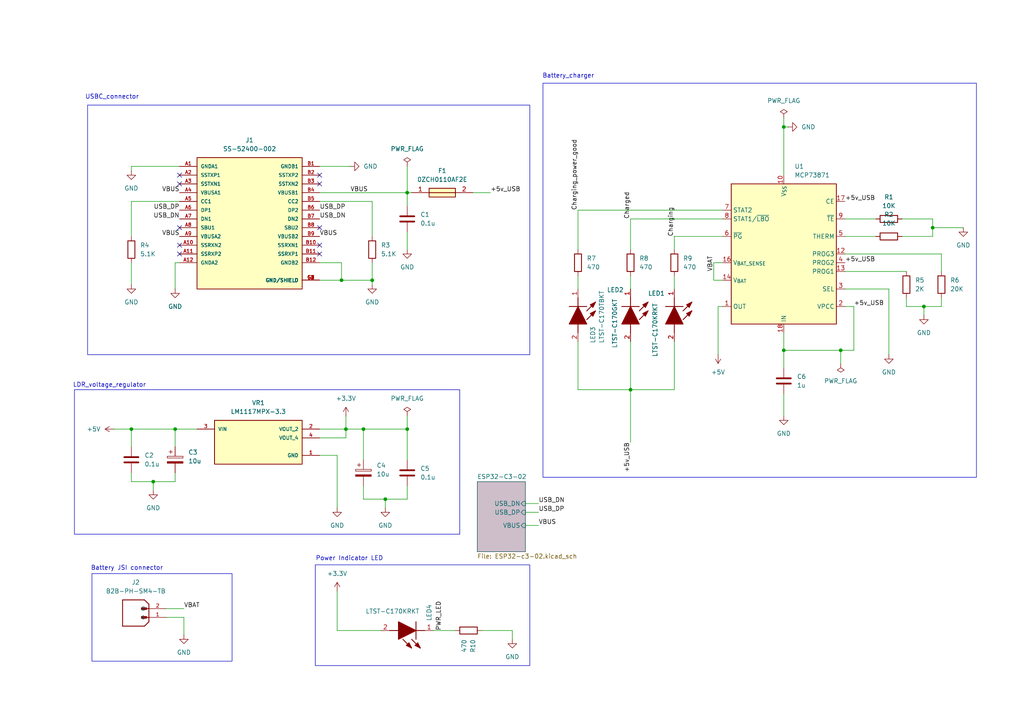
<source format=kicad_sch>
(kicad_sch (version 20250114) (generator "eeschema") (generator_version "9.0")
  (paper "A4")
  (lib_symbols
    (symbol "0ZCH0110AF2E:0ZCH0110AF2E" (pin_names (hide yes))
      (property "Reference" "F" (at 13.97 6.35 0))
      (property "Value" "0ZCH0110AF2E" (at 13.97 3.81 0))
      (symbol "0ZCH0110AF2E_1_1"
        (rectangle (start 5.08 1.27) (end 12.7 -1.27) (stroke (width 0.254)) (fill (type background)))
        (polyline (pts (xy 5.08 0) (xy 12.7 0)) (stroke (width 0.254)))
        (pin passive line (at 0 0 0) (length 5.08) (name "1") (number "1"))
        (pin passive line (at 17.78 0 180) (length 5.08) (name "2") (number "2"))
      )
    )
    (symbol "B2B-PH-SM4-TB:B2B-PH-SM4-TB" (pin_names (offset 1.016))
      (property "Reference" "J" (at 0 6.35 0))
      (property "Value" "B2B-PH-SM4-TB" (at 0 -5.08 0))
      (symbol "B2B-PH-SM4-TB_0_0"
        (polyline (pts (xy 0 3.81) (xy 0 2.54)) (stroke (width 0.254)))
        (polyline (pts (xy 0 3.81) (xy 1.27 5.08)) (stroke (width 0.254)))
        (polyline (pts (xy 0 2.54) (xy 0 -1.27)) (stroke (width 0.254)))
        (polyline (pts (xy 0 2.54) (xy 1.905 2.54)) (stroke (width 0.254)))
        (polyline (pts (xy 0 0) (xy 1.905 0)) (stroke (width 0.254)))
        (polyline (pts (xy 0 -1.27) (xy 1.27 -2.54)) (stroke (width 0.254)))
        (rectangle (start 0.635 2.2225) (end 2.2225 2.8575) (stroke (width 0.1)) (fill (type outline)))
        (rectangle (start 0.635 -0.3175) (end 2.2225 0.3175) (stroke (width 0.1)) (fill (type outline)))
        (polyline (pts (xy 1.27 -2.54) (xy 7.62 -2.54)) (stroke (width 0.254)))
        (polyline (pts (xy 7.62 5.08) (xy 1.27 5.08)) (stroke (width 0.254)))
        (polyline (pts (xy 7.62 -2.54) (xy 7.62 5.08)) (stroke (width 0.254)))
        (pin passive line (at -5.08 2.54 0) (length 5.08) (name "1") (number "1"))
        (pin passive line (at -5.08 0 0) (length 5.08) (name "2") (number "2"))
      )
    )
    (symbol "Battery_Management:MCP73871"
      (property "Reference" "U" (at -7.62 24.13 0))
      (property "Value" "MCP73871" (at -15.24 21.59 0))
      (symbol "MCP73871_0_1"
        (rectangle (start -15.24 20.32) (end 15.24 -20.32) (stroke (width 0.254)) (fill (type background)))
      )
      (symbol "MCP73871_1_1"
        (pin input line (at -17.78 15.24 0) (length 2.54) (name "VPCC") (number "2"))
        (pin input line (at -17.78 10.16 0) (length 2.54) (name "SEL") (number "3"))
        (pin bidirectional line (at -17.78 5.08 0) (length 2.54) (name "PROG1") (number "13"))
        (pin input line (at -17.78 2.54 0) (length 2.54) (name "PROG2") (number "4"))
        (pin bidirectional line (at -17.78 0 0) (length 2.54) (name "PROG3") (number "12"))
        (pin bidirectional line (at -17.78 -5.08 0) (length 2.54) (name "THERM") (number "5"))
        (pin input line (at -17.78 -10.16 0) (length 2.54) (name "~{TE}") (number "9"))
        (pin input line (at -17.78 -15.24 0) (length 2.54) (name "CE") (number "17"))
        (pin power_in line (at 0 22.86 270) (length 2.54) (name "IN") (number "18"))
        (pin passive line (at 0 22.86 270) (length 2.54) (hide yes) (name "IN") (number "19"))
        (pin power_in line (at 0 -22.86 90) (length 2.54) (name "V_{SS}") (number "10"))
        (pin passive line (at 0 -22.86 90) (length 2.54) (hide yes) (name "V_{SS}") (number "11"))
        (pin passive line (at 0 -22.86 90) (length 2.54) (hide yes) (name "V_{SS}") (number "21"))
        (pin power_out line (at 17.78 15.24 180) (length 2.54) (name "OUT") (number "1"))
        (pin passive line (at 17.78 15.24 180) (length 2.54) (hide yes) (name "OUT") (number "20"))
        (pin power_out line (at 17.78 7.62 180) (length 2.54) (name "V_{BAT}") (number "14"))
        (pin passive line (at 17.78 7.62 180) (length 2.54) (hide yes) (name "V_{BAT}") (number "15"))
        (pin input line (at 17.78 2.54 180) (length 2.54) (name "V_{BAT_SENSE}") (number "16"))
        (pin open_collector line (at 17.78 -5.08 180) (length 2.54) (name "~{PG}") (number "6"))
        (pin open_collector line (at 17.78 -10.16 180) (length 2.54) (name "STAT1/~{LBO}") (number "8"))
        (pin open_collector line (at 17.78 -12.7 180) (length 2.54) (name "STAT2") (number "7"))
      )
    )
    (symbol "Device:C" (pin_numbers (hide yes)) (pin_names (offset 0.254))
      (property "Reference" "C" (at 0.635 2.54 0))
      (property "Value" "C" (at 0.635 -2.54 0))
      (symbol "C_0_1"
        (polyline (pts (xy -2.032 0.762) (xy 2.032 0.762)) (stroke (width 0.508)))
        (polyline (pts (xy -2.032 -0.762) (xy 2.032 -0.762)) (stroke (width 0.508)))
      )
      (symbol "C_1_1"
        (pin passive line (at 0 3.81 270) (length 2.794) (name "~") (number "1"))
        (pin passive line (at 0 -3.81 90) (length 2.794) (name "~") (number "2"))
      )
    )
    (symbol "Device:C_Polarized" (pin_numbers (hide yes)) (pin_names (offset 0.254))
      (property "Reference" "C" (at 0.635 2.54 0))
      (property "Value" "C_Polarized" (at 0.635 -2.54 0))
      (symbol "C_Polarized_0_1"
        (rectangle (start -2.286 0.508) (end 2.286 1.016))
        (polyline (pts (xy -1.778 2.286) (xy -0.762 2.286)))
        (polyline (pts (xy -1.27 2.794) (xy -1.27 1.778)))
        (rectangle (start 2.286 -0.508) (end -2.286 -1.016) (fill (type outline)))
      )
      (symbol "C_Polarized_1_1"
        (pin passive line (at 0 3.81 270) (length 2.794) (name "~") (number "1"))
        (pin passive line (at 0 -3.81 90) (length 2.794) (name "~") (number "2"))
      )
    )
    (symbol "Device:R" (pin_numbers (hide yes)) (pin_names (offset 0))
      (property "Reference" "R" (at 2.032 0 90))
      (property "Value" "R" (at 0 0 90))
      (symbol "R_0_1"
        (rectangle (start -1.016 -2.54) (end 1.016 2.54) (stroke (width 0.254)))
      )
      (symbol "R_1_1"
        (pin passive line (at 0 3.81 270) (length 1.27) (name "~") (number "1"))
        (pin passive line (at 0 -3.81 90) (length 1.27) (name "~") (number "2"))
      )
    )
    (symbol "LM1117MPX-3.3:LM1117MPX-3.3" (pin_names (offset 1.016))
      (property "Reference" "VR" (at -12.7 6.08 0))
      (property "Value" "LM1117MPX-3.3" (at -12.7 -9.08 0))
      (symbol "LM1117MPX-3.3_0_0"
        (rectangle (start -12.7 -7.62) (end 12.7 5.08) (stroke (width 0.254)) (fill (type background)))
        (pin power_in line (at -17.78 2.54 0) (length 5.08) (name "VIN") (number "3"))
        (pin power_in line (at 17.78 2.54 180) (length 5.08) (name "VOUT_2") (number "2"))
        (pin power_in line (at 17.78 0 180) (length 5.08) (name "VOUT_4") (number "4"))
        (pin power_in line (at 17.78 -5.08 180) (length 5.08) (name "GND") (number "1"))
      )
    )
    (symbol "LTST-C170GKT:LTST-C170GKT" (pin_names (hide yes))
      (property "Reference" "LED" (at 12.7 8.89 0))
      (property "Value" "LTST-C170GKT" (at 12.7 6.35 0))
      (symbol "LTST-C170GKT_1_1"
        (polyline (pts (xy 2.54 0) (xy 5.08 0)) (stroke (width 0.254)))
        (polyline (pts (xy 5.08 2.54) (xy 5.08 -2.54)) (stroke (width 0.254)))
        (polyline (pts (xy 5.08 0) (xy 10.16 2.54) (xy 10.16 -2.54) (xy 5.08 0)) (stroke (width 0.254)) (fill (type outline)))
        (polyline (pts (xy 5.334 4.318) (xy 4.572 3.556) (xy 3.81 5.08) (xy 5.334 4.318)) (stroke (width 0.254)) (fill (type outline)))
        (polyline (pts (xy 6.35 2.54) (xy 3.81 5.08)) (stroke (width 0.254)))
        (polyline (pts (xy 7.874 4.318) (xy 7.112 3.556) (xy 6.35 5.08) (xy 7.874 4.318)) (stroke (width 0.254)) (fill (type outline)))
        (polyline (pts (xy 8.89 2.54) (xy 6.35 5.08)) (stroke (width 0.254)))
        (polyline (pts (xy 10.16 0) (xy 12.7 0)) (stroke (width 0.254)))
        (pin passive line (at 0 0 0) (length 2.54) (name "K") (number "1"))
        (pin passive line (at 15.24 0 180) (length 2.54) (name "A") (number "2"))
      )
    )
    (symbol "LTST-C170KRKT:LTST-C170KRKT" (pin_names (hide yes))
      (property "Reference" "LED" (at 12.7 8.89 0))
      (property "Value" "LTST-C170KRKT" (at 12.7 6.35 0))
      (symbol "LTST-C170KRKT_1_1"
        (polyline (pts (xy 2.54 0) (xy 5.08 0)) (stroke (width 0.254)))
        (polyline (pts (xy 5.08 2.54) (xy 5.08 -2.54)) (stroke (width 0.254)))
        (polyline (pts (xy 5.08 0) (xy 10.16 2.54) (xy 10.16 -2.54) (xy 5.08 0)) (stroke (width 0.254)) (fill (type outline)))
        (polyline (pts (xy 5.334 4.318) (xy 4.572 3.556) (xy 3.81 5.08) (xy 5.334 4.318)) (stroke (width 0.254)) (fill (type outline)))
        (polyline (pts (xy 6.35 2.54) (xy 3.81 5.08)) (stroke (width 0.254)))
        (polyline (pts (xy 7.874 4.318) (xy 7.112 3.556) (xy 6.35 5.08) (xy 7.874 4.318)) (stroke (width 0.254)) (fill (type outline)))
        (polyline (pts (xy 8.89 2.54) (xy 6.35 5.08)) (stroke (width 0.254)))
        (polyline (pts (xy 10.16 0) (xy 12.7 0)) (stroke (width 0.254)))
        (pin passive line (at 0 0 0) (length 2.54) (name "K") (number "1"))
        (pin passive line (at 15.24 0 180) (length 2.54) (name "A") (number "2"))
      )
    )
    (symbol "LTST-C170TBKT:LTST-C170TBKT" (pin_names (hide yes))
      (property "Reference" "LED" (at 12.7 8.89 0))
      (property "Value" "LTST-C170TBKT" (at 12.7 6.35 0))
      (symbol "LTST-C170TBKT_1_1"
        (polyline (pts (xy 2.54 0) (xy 5.08 0)) (stroke (width 0.254)))
        (polyline (pts (xy 5.08 2.54) (xy 5.08 -2.54)) (stroke (width 0.254)))
        (polyline (pts (xy 5.08 0) (xy 10.16 2.54) (xy 10.16 -2.54) (xy 5.08 0)) (stroke (width 0.254)) (fill (type outline)))
        (polyline (pts (xy 5.334 4.318) (xy 4.572 3.556) (xy 3.81 5.08) (xy 5.334 4.318)) (stroke (width 0.254)) (fill (type outline)))
        (polyline (pts (xy 6.35 2.54) (xy 3.81 5.08)) (stroke (width 0.254)))
        (polyline (pts (xy 7.874 4.318) (xy 7.112 3.556) (xy 6.35 5.08) (xy 7.874 4.318)) (stroke (width 0.254)) (fill (type outline)))
        (polyline (pts (xy 8.89 2.54) (xy 6.35 5.08)) (stroke (width 0.254)))
        (polyline (pts (xy 10.16 0) (xy 12.7 0)) (stroke (width 0.254)))
        (pin passive line (at 0 0 0) (length 2.54) (name "K") (number "1"))
        (pin passive line (at 15.24 0 180) (length 2.54) (name "A") (number "2"))
      )
    )
    (symbol "SS-52400-002:SS-52400-002" (pin_names (offset 1.016))
      (property "Reference" "J" (at -15.24 19.05 0))
      (property "Value" "SS-52400-002" (at -15.24 -22.86 0))
      (symbol "SS-52400-002_0_0"
        (rectangle (start -15.24 -20.32) (end 15.24 17.78) (stroke (width 0.254)) (fill (type background)))
        (pin power_in line (at -20.32 15.24 0) (length 5.08) (name "GNDA1") (number "A1"))
        (pin bidirectional line (at -20.32 12.7 0) (length 5.08) (name "SSTXP1") (number "A2"))
        (pin bidirectional line (at -20.32 10.16 0) (length 5.08) (name "SSTXN1") (number "A3"))
        (pin power_in line (at -20.32 7.62 0) (length 5.08) (name "VBUSA1") (number "A4"))
        (pin bidirectional line (at -20.32 5.08 0) (length 5.08) (name "CC1") (number "A5"))
        (pin bidirectional line (at -20.32 2.54 0) (length 5.08) (name "DP1") (number "A6"))
        (pin bidirectional line (at -20.32 0 0) (length 5.08) (name "DN1") (number "A7"))
        (pin bidirectional line (at -20.32 -2.54 0) (length 5.08) (name "SBU1") (number "A8"))
        (pin power_in line (at -20.32 -5.08 0) (length 5.08) (name "VBUSA2") (number "A9"))
        (pin bidirectional line (at -20.32 -7.62 0) (length 5.08) (name "SSRXN2") (number "A10"))
        (pin bidirectional line (at -20.32 -10.16 0) (length 5.08) (name "SSRXP2") (number "A11"))
        (pin power_in line (at -20.32 -12.7 0) (length 5.08) (name "GNDA2") (number "A12"))
        (pin power_in line (at 20.32 15.24 180) (length 5.08) (name "GNDB1") (number "B1"))
        (pin bidirectional line (at 20.32 12.7 180) (length 5.08) (name "SSTXP2") (number "B2"))
        (pin bidirectional line (at 20.32 10.16 180) (length 5.08) (name "SSTXN2") (number "B3"))
        (pin power_in line (at 20.32 7.62 180) (length 5.08) (name "VBUSB1") (number "B4"))
        (pin bidirectional line (at 20.32 5.08 180) (length 5.08) (name "CC2") (number "B5"))
        (pin bidirectional line (at 20.32 2.54 180) (length 5.08) (name "DP2") (number "B6"))
        (pin bidirectional line (at 20.32 0 180) (length 5.08) (name "DN2") (number "B7"))
        (pin bidirectional line (at 20.32 -2.54 180) (length 5.08) (name "SBU2") (number "B8"))
        (pin power_in line (at 20.32 -5.08 180) (length 5.08) (name "VBUSB2") (number "B9"))
        (pin bidirectional line (at 20.32 -7.62 180) (length 5.08) (name "SSRXN1") (number "B10"))
        (pin bidirectional line (at 20.32 -10.16 180) (length 5.08) (name "SSRXP1") (number "B11"))
        (pin power_in line (at 20.32 -12.7 180) (length 5.08) (name "GNDB2") (number "B12"))
        (pin power_in line (at 20.32 -17.78 180) (length 5.08) (name "GND/SHIELD") (number "G1"))
        (pin power_in line (at 20.32 -17.78 180) (length 5.08) (name "GND/SHIELD") (number "G2"))
        (pin power_in line (at 20.32 -17.78 180) (length 5.08) (name "GND/SHIELD") (number "G3"))
        (pin power_in line (at 20.32 -17.78 180) (length 5.08) (name "GND/SHIELD") (number "G4"))
        (pin power_in line (at 20.32 -17.78 180) (length 5.08) (name "GND/SHIELD") (number "S1"))
        (pin power_in line (at 20.32 -17.78 180) (length 5.08) (name "GND/SHIELD") (number "S2"))
        (pin power_in line (at 20.32 -17.78 180) (length 5.08) (name "GND/SHIELD") (number "S3"))
        (pin power_in line (at 20.32 -17.78 180) (length 5.08) (name "GND/SHIELD") (number "S4"))
      )
    )
    (symbol "power:+3.3V" (power) (pin_numbers (hide yes)) (pin_names (offset 0) (hide yes))
      (property "Value" "+3.3V" (at 0 3.556 0))
      (symbol "+3.3V_0_1"
        (polyline (pts (xy -0.762 1.27) (xy 0 2.54)))
        (polyline (pts (xy 0 2.54) (xy 0.762 1.27)))
        (polyline (pts (xy 0 0) (xy 0 2.54)))
      )
      (symbol "+3.3V_1_1"
        (pin power_in line (at 0 0 90) (length 0) (name "~") (number "1"))
      )
    )
    (symbol "power:+5V" (power) (pin_numbers (hide yes)) (pin_names (offset 0) (hide yes))
      (property "Value" "+5V" (at 0 3.556 0))
      (symbol "+5V_0_1"
        (polyline (pts (xy -0.762 1.27) (xy 0 2.54)))
        (polyline (pts (xy 0 2.54) (xy 0.762 1.27)))
        (polyline (pts (xy 0 0) (xy 0 2.54)))
      )
      (symbol "+5V_1_1"
        (pin power_in line (at 0 0 90) (length 0) (name "~") (number "1"))
      )
    )
    (symbol "power:GND" (power) (pin_numbers (hide yes)) (pin_names (offset 0) (hide yes))
      (property "Value" "GND" (at 0 -3.81 0))
      (symbol "GND_0_1"
        (polyline (pts (xy 0 0) (xy 0 -1.27) (xy 1.27 -1.27) (xy 0 -2.54) (xy -1.27 -1.27) (xy 0 -1.27)))
      )
      (symbol "GND_1_1"
        (pin power_in line (at 0 0 270) (length 0) (name "~") (number "1"))
      )
    )
    (symbol "power:PWR_FLAG" (power) (pin_numbers (hide yes)) (pin_names (offset 0) (hide yes))
      (property "Value" "PWR_FLAG" (at 0 3.81 0))
      (symbol "PWR_FLAG_0_0"
        (pin power_out line (at 0 0 90) (length 0) (name "~") (number "1"))
      )
      (symbol "PWR_FLAG_0_1"
        (polyline (pts (xy 0 0) (xy 0 1.27) (xy -1.016 1.905) (xy 0 2.54) (xy 1.016 1.905) (xy 0 1.27)))
      )
    )
  )
  (rectangle (start 157.48 24.13) (end 283.21 138.43))
  (rectangle (start 91.44 163.83) (end 153.67 193.04))
  (rectangle (start 26.67 166.37) (end 67.31 191.77))
  (rectangle (start 25.4 30.48) (end 153.67 102.87))
  (rectangle (start 21.59 113.03) (end 133.35 154.94))
  (text "Battery JSI connector\n" (at 36.83 164.846 0) (effects (font (size 1.27 1.27))))
  (text "Power Indicator LED\n" (at 101.346 162.052 0) (effects (font (size 1.27 1.27))))
  (text "LDR_voltage_regulator\n" (at 31.75 111.76 0) (effects (font (size 1.27 1.27))))
  (text "Battery_charger" (at 164.846 22.098 0) (effects (font (size 1.27 1.27))))
  (text "USBC_connector\n" (at 32.512 28.194 0) (effects (font (size 1.27 1.27))))
  (junction (at 118.11 55.88))
  (junction (at 100.33 124.46))
  (junction (at 227.33 36.83))
  (junction (at 118.11 124.46))
  (junction (at 243.84 101.6))
  (junction (at 50.8 124.46))
  (junction (at 270.51 66.04))
  (junction (at 44.45 139.7))
  (junction (at 182.88 113.03))
  (junction (at 105.41 124.46))
  (junction (at 107.95 81.28))
  (junction (at 99.06 81.28))
  (junction (at 38.1 124.46))
  (junction (at 267.97 88.9))
  (junction (at 111.76 144.78))
  (junction (at 227.33 101.6))
  (no_connect (at 92.71 66.04))
  (no_connect (at 92.71 73.66))
  (no_connect (at 52.07 50.8))
  (no_connect (at 92.71 50.8))
  (no_connect (at 92.71 53.34))
  (no_connect (at 52.07 73.66))
  (no_connect (at 52.07 71.12))
  (no_connect (at 92.71 71.12))
  (no_connect (at 52.07 53.34))
  (no_connect (at 52.07 66.04))
  (wire (pts (xy 245.11 88.9) (xy 247.65 88.9)))
  (wire (pts (xy 38.1 76.2) (xy 38.1 82.55)))
  (wire (pts (xy 105.41 124.46) (xy 100.33 124.46)))
  (wire (pts (xy 50.8 124.46) (xy 38.1 124.46)))
  (wire (pts (xy 267.97 88.9) (xy 273.05 88.9)))
  (wire (pts (xy 38.1 68.58) (xy 38.1 58.42)))
  (wire (pts (xy 97.79 132.08) (xy 97.79 147.32)))
  (wire (pts (xy 273.05 88.9) (xy 273.05 86.36)))
  (wire (pts (xy 208.28 88.9) (xy 208.28 102.87)))
  (wire (pts (xy 209.55 88.9) (xy 208.28 88.9)))
  (wire (pts (xy 38.1 124.46) (xy 38.1 129.54)))
  (wire (pts (xy 105.41 133.35) (xy 105.41 124.46)))
  (wire (pts (xy 118.11 55.88) (xy 118.11 59.69)))
  (wire (pts (xy 107.95 76.2) (xy 107.95 81.28)))
  (wire (pts (xy 110.49 182.88) (xy 97.79 182.88)))
  (wire (pts (xy 92.71 127) (xy 100.33 127)))
  (wire (pts (xy 209.55 76.2) (xy 207.01 76.2)))
  (wire (pts (xy 152.4 148.59) (xy 156.21 148.59)))
  (wire (pts (xy 267.97 88.9) (xy 267.97 91.44)))
  (wire (pts (xy 118.11 124.46) (xy 105.41 124.46)))
  (wire (pts (xy 152.4 152.4) (xy 156.21 152.4)))
  (wire (pts (xy 245.11 83.82) (xy 257.81 83.82)))
  (wire (pts (xy 262.89 88.9) (xy 267.97 88.9)))
  (wire (pts (xy 195.58 72.39) (xy 195.58 68.58)))
  (wire (pts (xy 227.33 101.6) (xy 227.33 106.68)))
  (wire (pts (xy 107.95 81.28) (xy 107.95 82.55)))
  (wire (pts (xy 152.4 146.05) (xy 156.21 146.05)))
  (wire (pts (xy 48.26 176.53) (xy 53.34 176.53)))
  (wire (pts (xy 227.33 101.6) (xy 227.33 96.52)))
  (wire (pts (xy 227.33 34.29) (xy 227.33 36.83)))
  (wire (pts (xy 227.33 50.8) (xy 227.33 36.83)))
  (wire (pts (xy 167.64 113.03) (xy 182.88 113.03)))
  (wire (pts (xy 97.79 171.45) (xy 97.79 182.88)))
  (wire (pts (xy 270.51 66.04) (xy 279.4 66.04)))
  (wire (pts (xy 38.1 137.16) (xy 38.1 139.7)))
  (wire (pts (xy 243.84 101.6) (xy 227.33 101.6)))
  (wire (pts (xy 270.51 63.5) (xy 270.51 66.04)))
  (wire (pts (xy 182.88 99.06) (xy 182.88 113.03)))
  (wire (pts (xy 207.01 76.2) (xy 207.01 81.28)))
  (wire (pts (xy 227.33 114.3) (xy 227.33 120.65)))
  (wire (pts (xy 118.11 144.78) (xy 118.11 140.97)))
  (wire (pts (xy 107.95 58.42) (xy 92.71 58.42)))
  (wire (pts (xy 92.71 124.46) (xy 100.33 124.46)))
  (wire (pts (xy 245.11 78.74) (xy 262.89 78.74)))
  (wire (pts (xy 118.11 48.26) (xy 118.11 55.88)))
  (wire (pts (xy 92.71 76.2) (xy 99.06 76.2)))
  (wire (pts (xy 118.11 67.31) (xy 118.11 72.39)))
  (wire (pts (xy 92.71 132.08) (xy 97.79 132.08)))
  (wire (pts (xy 182.88 63.5) (xy 209.55 63.5)))
  (wire (pts (xy 243.84 101.6) (xy 243.84 105.41)))
  (wire (pts (xy 118.11 120.65) (xy 118.11 124.46)))
  (wire (pts (xy 195.58 80.01) (xy 195.58 83.82)))
  (wire (pts (xy 92.71 55.88) (xy 118.11 55.88)))
  (wire (pts (xy 44.45 139.7) (xy 50.8 139.7)))
  (wire (pts (xy 44.45 139.7) (xy 44.45 142.24)))
  (wire (pts (xy 50.8 124.46) (xy 50.8 129.54)))
  (wire (pts (xy 50.8 76.2) (xy 50.8 83.82)))
  (wire (pts (xy 92.71 48.26) (xy 101.6 48.26)))
  (wire (pts (xy 148.59 182.88) (xy 148.59 185.42)))
  (wire (pts (xy 38.1 139.7) (xy 44.45 139.7)))
  (wire (pts (xy 105.41 140.97) (xy 105.41 144.78)))
  (wire (pts (xy 245.11 63.5) (xy 254 63.5)))
  (wire (pts (xy 182.88 113.03) (xy 195.58 113.03)))
  (wire (pts (xy 167.64 99.06) (xy 167.64 113.03)))
  (wire (pts (xy 270.51 68.58) (xy 261.62 68.58)))
  (wire (pts (xy 33.02 124.46) (xy 38.1 124.46)))
  (wire (pts (xy 118.11 133.35) (xy 118.11 124.46)))
  (wire (pts (xy 167.64 80.01) (xy 167.64 83.82)))
  (wire (pts (xy 270.51 66.04) (xy 270.51 68.58)))
  (wire (pts (xy 182.88 113.03) (xy 182.88 128.27)))
  (wire (pts (xy 132.08 182.88) (xy 125.73 182.88)))
  (wire (pts (xy 100.33 124.46) (xy 100.33 120.65)))
  (wire (pts (xy 247.65 101.6) (xy 243.84 101.6)))
  (wire (pts (xy 167.64 72.39) (xy 167.64 60.96)))
  (wire (pts (xy 262.89 86.36) (xy 262.89 88.9)))
  (wire (pts (xy 139.7 182.88) (xy 148.59 182.88)))
  (wire (pts (xy 38.1 49.53) (xy 38.1 48.26)))
  (wire (pts (xy 50.8 139.7) (xy 50.8 137.16)))
  (wire (pts (xy 48.26 179.07) (xy 53.34 179.07)))
  (wire (pts (xy 182.88 80.01) (xy 182.88 83.82)))
  (wire (pts (xy 257.81 83.82) (xy 257.81 102.87)))
  (wire (pts (xy 111.76 147.32) (xy 111.76 144.78)))
  (wire (pts (xy 38.1 48.26) (xy 52.07 48.26)))
  (wire (pts (xy 105.41 144.78) (xy 111.76 144.78)))
  (wire (pts (xy 273.05 73.66) (xy 245.11 73.66)))
  (wire (pts (xy 38.1 58.42) (xy 52.07 58.42)))
  (wire (pts (xy 100.33 127) (xy 100.33 124.46)))
  (wire (pts (xy 118.11 55.88) (xy 119.38 55.88)))
  (wire (pts (xy 92.71 81.28) (xy 99.06 81.28)))
  (wire (pts (xy 227.33 36.83) (xy 228.6 36.83)))
  (wire (pts (xy 195.58 68.58) (xy 209.55 68.58)))
  (wire (pts (xy 273.05 78.74) (xy 273.05 73.66)))
  (wire (pts (xy 207.01 81.28) (xy 209.55 81.28)))
  (wire (pts (xy 195.58 99.06) (xy 195.58 113.03)))
  (wire (pts (xy 182.88 72.39) (xy 182.88 63.5)))
  (wire (pts (xy 107.95 68.58) (xy 107.95 58.42)))
  (wire (pts (xy 247.65 88.9) (xy 247.65 101.6)))
  (wire (pts (xy 99.06 81.28) (xy 107.95 81.28)))
  (wire (pts (xy 137.16 55.88) (xy 142.24 55.88)))
  (wire (pts (xy 111.76 144.78) (xy 118.11 144.78)))
  (wire (pts (xy 53.34 179.07) (xy 53.34 184.15)))
  (wire (pts (xy 261.62 63.5) (xy 270.51 63.5)))
  (wire (pts (xy 52.07 76.2) (xy 50.8 76.2)))
  (wire (pts (xy 99.06 76.2) (xy 99.06 81.28)))
  (wire (pts (xy 245.11 68.58) (xy 254 68.58)))
  (wire (pts (xy 57.15 124.46) (xy 50.8 124.46)))
  (wire (pts (xy 167.64 60.96) (xy 209.55 60.96)))
  (label "VBUS" (at 52.07 68.58 180))
  (label "PWR_LED" (at 128.27 182.88 90))
  (label "+5v_USB" (at 142.24 55.88 0))
  (label "VBUS" (at 156.21 152.4 0))
  (label "VBAT" (at 207.01 78.74 90))
  (label "USB_DN" (at 156.21 146.05 0))
  (label "VBUS" (at 52.07 55.88 180))
  (label "Charged" (at 182.88 63.5 90))
  (label "USB_DP" (at 52.07 60.96 180))
  (label "+5v_USB" (at 182.88 128.27 270))
  (label "USB_DN" (at 92.71 63.5 0))
  (label "USB_DN" (at 52.07 63.5 180))
  (label "VBUS" (at 101.6 55.88 0))
  (label "USB_DP" (at 156.21 148.59 0))
  (label "USB_DP" (at 92.71 60.96 0))
  (label "VBUS" (at 92.71 68.58 0))
  (label "+5v_USB" (at 247.65 88.9 0))
  (label "+5v_USB" (at 245.11 76.2 0))
  (label "VBAT" (at 53.34 176.53 0))
  (label "Charging_power_good" (at 167.64 60.96 90))
  (label "Charging" (at 195.58 68.58 90))
  (label "+5v_USB" (at 245.11 58.42 0))
  (symbol (lib_id "power:GND") (at 38.1 49.53 0) (unit 1)
    (property "Reference" "#PWR07" (effects (hide yes)))
    (property "Value" "GND" (at 38.1 54.61 0))
    (property "Description" "Power symbol creates a global label with name \"GND\" , ground" (effects (hide yes)))
  )
  (symbol (lib_id "power:GND") (at 227.33 120.65 0) (unit 1)
    (property "Reference" "#PWR010" (effects (hide yes)))
    (property "Value" "GND" (at 227.33 125.73 0))
    (property "Description" "Power symbol creates a global label with name \"GND\" , ground" (effects (hide yes)))
  )
  (symbol (lib_id "power:PWR_FLAG") (at 227.33 34.29 0) (unit 1)
    (property "Reference" "#FLG01" (effects (hide yes)))
    (property "Value" "PWR_FLAG" (at 227.33 29.21 0))
    (property "Description" "Special symbol for telling ERC where power comes from" (effects (hide yes)))
  )
  (symbol (lib_id "Device:R") (at 182.88 76.2 0) (unit 1)
    (property "Reference" "R8" (at 185.42 74.9299 0) (effects (justify left)))
    (property "Value" "470" (at 185.42 77.4699 0) (effects (justify left)))
    (property "Footprint" "Resistor_SMD:R_0805_2012Metric" (effects (hide yes)))
    (property "Description" "Resistor" (effects (hide yes)))
  )
  (symbol (lib_id "power:GND") (at 279.4 66.04 0) (unit 1)
    (property "Reference" "#PWR01" (effects (hide yes)))
    (property "Value" "GND" (at 279.4 71.12 0))
    (property "Description" "Power symbol creates a global label with name \"GND\" , ground" (effects (hide yes)))
  )
  (symbol (lib_id "power:GND") (at 257.81 102.87 0) (unit 1)
    (property "Reference" "#PWR055" (effects (hide yes)))
    (property "Value" "GND" (at 257.81 107.95 0))
    (property "Description" "Power symbol creates a global label with name \"GND\" , ground" (effects (hide yes)))
  )
  (symbol (lib_id "LTST-C170GKT:LTST-C170GKT") (at 182.88 83.82 270) (unit 1)
    (property "Reference" "LED2" (at 176.022 84.074 90) (effects (justify left)))
    (property "Value" "LTST-C170GKT" (at 178.308 86.614 0) (effects (justify left)))
    (property "Footprint" "ESP32 Project Footprints:LEDC2012X120N" (effects (hide yes)))
    (property "Datasheet" "https://mm.digikey.com/Volume0/opasdata/d220001/medias/docus/895/LTST-C170GKT.pdf" (effects (hide yes)))
    (property "Description" "LED,SMD,0805,Green,6mcd,130deg Lite-On LTST-C170GKT, CHIPLED 0805 Series Green LED, 569 nm 2012 (0805), Rectangle Lens SMD package" (effects (hide yes)))
    (property "Height" "1.2" (effects (hide yes)))
    (property "Manufacturer_Name" "Lite-On" (effects (hide yes)))
    (property "Manufacturer_Part_Number" "LTST-C170GKT" (effects (hide yes)))
    (property "Mouser Part Number" "859-LTST-C170GKT" (effects (hide yes)))
    (property "Mouser Price/Stock" "https://www.mouser.co.uk/ProductDetail/Lite-On/LTST-C170GKT?qs=%2FSqKn2EfXQSV5aRij3YIfQ%3D%3D" (effects (hide yes)))
    (property "Arrow Part Number" "LTST-C170GKT" (effects (hide yes)))
    (property "Arrow Price/Stock" "https://www.arrow.com/en/products/ltst-c170gkt/lite-on-technology?utm_currency=USD&region=nac" (effects (hide yes)))
  )
  (symbol (lib_id "power:GND") (at 228.6 36.83 90) (unit 1)
    (property "Reference" "#PWR09" (effects (hide yes)))
    (property "Value" "GND" (at 232.41 36.8299 90) (effects (justify right)))
    (property "Description" "Power symbol creates a global label with name \"GND\" , ground" (effects (hide yes)))
  )
  (symbol (lib_id "power:PWR_FLAG") (at 118.11 120.65 0) (unit 1)
    (property "Reference" "#FLG02" (effects (hide yes)))
    (property "Value" "PWR_FLAG" (at 118.11 115.57 0))
    (property "Description" "Special symbol for telling ERC where power comes from" (effects (hide yes)))
  )
  (symbol (lib_id "Device:C") (at 38.1 133.35 0) (unit 1)
    (property "Reference" "C2" (at 41.91 132.0799 0) (effects (justify left)))
    (property "Value" "0.1u" (at 41.91 134.6199 0) (effects (justify left)))
    (property "Footprint" "Capacitor_SMD:C_0805_2012Metric" (effects (hide yes)))
    (property "Description" "Unpolarized capacitor" (effects (hide yes)))
  )
  (symbol (lib_id "power:GND") (at 148.59 185.42 0) (unit 1)
    (property "Reference" "#PWR017" (effects (hide yes)))
    (property "Value" "GND" (at 148.59 190.5 0))
    (property "Description" "Power symbol creates a global label with name \"GND\" , ground" (effects (hide yes)))
  )
  (symbol (lib_id "Battery_Management:MCP73871") (at 227.33 73.66 180) (unit 1)
    (property "Reference" "U1" (at 230.4481 48.26 0) (effects (justify right)))
    (property "Value" "MCP73871" (at 230.4481 50.8 0) (effects (justify right)))
    (property "Footprint" "Package_DFN_QFN:QFN-20-1EP_4x4mm_P0.5mm_EP2.5x2.5mm" (effects (hide yes)))
    (property "Datasheet" "http://www.mouser.com/ds/2/268/22090a-52174.pdf" (effects (hide yes)))
    (property "Description" "Single cell, Li-Ion/Li-Po charge management controller" (effects (hide yes)))
  )
  (symbol (lib_id "power:+3.3V") (at 97.79 171.45 0) (unit 1)
    (property "Reference" "#PWR018" (effects (hide yes)))
    (property "Value" "+3.3V" (at 97.79 166.37 0))
    (property "Description" "Power symbol creates a global label with name \"+3.3V\"" (effects (hide yes)))
  )
  (symbol (lib_id "LTST-C170KRKT:LTST-C170KRKT") (at 195.58 83.82 270) (unit 1)
    (property "Reference" "LED1" (at 187.96 85.09 90) (effects (justify left)))
    (property "Value" "LTST-C170KRKT" (at 189.992 87.884 0) (effects (justify left)))
    (property "Footprint" "ESP32 Project Footprints:LEDC2012X120N" (effects (hide yes)))
    (property "Datasheet" "https://componentsearchengine.com/Datasheets/1/LTST-C170KRKT.pdf" (effects (hide yes)))
    (property "Description" "Standard LEDs - SMD Red Clear 631nm" (effects (hide yes)))
    (property "Height" "1.2" (effects (hide yes)))
    (property "Manufacturer_Name" "Lite-On" (effects (hide yes)))
    (property "Manufacturer_Part_Number" "LTST-C170KRKT" (effects (hide yes)))
    (property "Mouser Part Number" "859-LTST-C170KRKT" (effects (hide yes)))
    (property "Mouser Price/Stock" "https://www.mouser.co.uk/ProductDetail/Lite-On/LTST-C170KRKT?qs=NUb82WqeCyrVOID%2Fxt4rgA%3D%3D" (effects (hide yes)))
    (property "Arrow Part Number" "LTST-C170KRKT" (effects (hide yes)))
    (property "Arrow Price/Stock" "https://www.arrow.com/en/products/ltst-c170krkt/lite-on-technology?utm_currency=USD&region=nac" (effects (hide yes)))
  )
  (symbol (lib_id "power:GND") (at 38.1 82.55 0) (unit 1)
    (property "Reference" "#PWR04" (effects (hide yes)))
    (property "Value" "GND" (at 38.1 87.63 0))
    (property "Description" "Power symbol creates a global label with name \"GND\" , ground" (effects (hide yes)))
  )
  (symbol (lib_id "LTST-C170TBKT:LTST-C170TBKT") (at 167.64 83.82 270) (unit 1)
    (property "Reference" "LED3" (at 171.958 99.568 0) (effects (justify right)))
    (property "Value" "LTST-C170TBKT" (at 174.498 99.568 0) (effects (justify right)))
    (property "Footprint" "ESP32 Project Footprints:LEDC2012X120N" (effects (hide yes)))
    (property "Datasheet" "https://componentsearchengine.com/Datasheets/1/LTST-C170TBKT.pdf" (effects (hide yes)))
    (property "Description" "LED,SMD,0805,Blue,28mcd,130deg" (effects (hide yes)))
    (property "Height" "1.2" (effects (hide yes)))
    (property "Manufacturer_Name" "Lite-On" (effects (hide yes)))
    (property "Manufacturer_Part_Number" "LTST-C170TBKT" (effects (hide yes)))
    (property "Mouser Part Number" "859-LTST-C170TBKT" (effects (hide yes)))
    (property "Mouser Price/Stock" "https://www.mouser.co.uk/ProductDetail/Lite-On/LTST-C170TBKT?qs=0uL0gcxEMop2ooGmIUzw3A%3D%3D" (effects (hide yes)))
    (property "Arrow Part Number" "LTST-C170TBKT" (effects (hide yes)))
    (property "Arrow Price/Stock" "https://www.arrow.com/en/products/ltst-c170tbkt/lite-on-technology?utm_currency=USD&region=nac" (effects (hide yes)))
  )
  (symbol (lib_id "power:PWR_FLAG") (at 243.84 105.41 180) (unit 1)
    (property "Reference" "#FLG04" (effects (hide yes)))
    (property "Value" "PWR_FLAG" (at 243.84 110.49 0))
    (property "Description" "Special symbol for telling ERC where power comes from" (effects (hide yes)))
  )
  (symbol (lib_id "power:GND") (at 101.6 48.26 90) (unit 1)
    (property "Reference" "#PWR06" (effects (hide yes)))
    (property "Value" "GND" (at 105.41 48.2599 90) (effects (justify right)))
    (property "Description" "Power symbol creates a global label with name \"GND\" , ground" (effects (hide yes)))
  )
  (symbol (lib_id "0ZCH0110AF2E:0ZCH0110AF2E") (at 119.38 55.88 0) (unit 1)
    (property "Reference" "F1" (at 128.27 49.53 0))
    (property "Value" "0ZCH0110AF2E" (at 128.27 52.07 0))
    (property "Footprint" "ESP32 Project Footprints:FUSC3226X100N" (effects (hide yes)))
    (property "Datasheet" "https://www.belfuse.com/resources/datasheets/circuitprotection/ds-cp-0zch-series.pdf" (effects (hide yes)))
    (property "Description" "1210 SMT PPTC | 1.10 Ih | 16V" (effects (hide yes)))
    (property "Height" "1" (effects (hide yes)))
    (property "Manufacturer_Name" "Bel Circuit Protection" (effects (hide yes)))
    (property "Manufacturer_Part_Number" "0ZCH0110AF2E" (effects (hide yes)))
  )
  (symbol (lib_id "power:GND") (at 97.79 147.32 0) (unit 1)
    (property "Reference" "#PWR014" (effects (hide yes)))
    (property "Value" "GND" (at 97.79 152.4 0))
    (property "Description" "Power symbol creates a global label with name \"GND\" , ground" (effects (hide yes)))
  )
  (symbol (lib_id "power:GND") (at 118.11 72.39 0) (unit 1)
    (property "Reference" "#PWR08" (effects (hide yes)))
    (property "Value" "GND" (at 118.11 77.47 0))
    (property "Description" "Power symbol creates a global label with name \"GND\" , ground" (effects (hide yes)))
  )
  (symbol (lib_id "Device:C") (at 118.11 63.5 0) (unit 1)
    (property "Reference" "C1" (at 121.92 62.2299 0) (effects (justify left)))
    (property "Value" "0.1u" (at 121.92 64.7699 0) (effects (justify left)))
    (property "Footprint" "Capacitor_SMD:C_0805_2012Metric" (effects (hide yes)))
    (property "Description" "Unpolarized capacitor" (effects (hide yes)))
  )
  (symbol (lib_id "power:GND") (at 53.34 184.15 0) (unit 1)
    (property "Reference" "#PWR016" (effects (hide yes)))
    (property "Value" "GND" (at 53.34 189.23 0))
    (property "Description" "Power symbol creates a global label with name \"GND\" , ground" (effects (hide yes)))
  )
  (symbol (lib_id "Device:R") (at 167.64 76.2 0) (unit 1)
    (property "Reference" "R7" (at 170.18 74.9299 0) (effects (justify left)))
    (property "Value" "470" (at 170.18 77.4699 0) (effects (justify left)))
    (property "Footprint" "Resistor_SMD:R_0805_2012Metric" (effects (hide yes)))
    (property "Description" "Resistor" (effects (hide yes)))
  )
  (symbol (lib_id "power:+5V") (at 33.02 124.46 90) (unit 1)
    (property "Reference" "#PWR015" (effects (hide yes)))
    (property "Value" "+5V" (at 29.21 124.4599 90) (effects (justify left)))
    (property "Description" "Power symbol creates a global label with name \"+5V\"" (effects (hide yes)))
  )
  (symbol (lib_id "Device:R") (at 195.58 76.2 0) (unit 1)
    (property "Reference" "R9" (at 198.12 74.9299 0) (effects (justify left)))
    (property "Value" "470" (at 198.12 77.4699 0) (effects (justify left)))
    (property "Footprint" "Resistor_SMD:R_0805_2012Metric" (effects (hide yes)))
    (property "Description" "Resistor" (effects (hide yes)))
  )
  (symbol (lib_id "Device:R") (at 107.95 72.39 0) (unit 1)
    (property "Reference" "R3" (at 110.49 71.1199 0) (effects (justify left)))
    (property "Value" "5.1K" (at 110.49 73.6599 0) (effects (justify left)))
    (property "Footprint" "Resistor_SMD:R_0805_2012Metric" (effects (hide yes)))
    (property "Description" "Resistor" (effects (hide yes)))
  )
  (symbol (lib_id "power:PWR_FLAG") (at 118.11 48.26 0) (unit 1)
    (property "Reference" "#FLG03" (effects (hide yes)))
    (property "Value" "PWR_FLAG" (at 118.11 43.18 0))
    (property "Description" "Special symbol for telling ERC where power comes from" (effects (hide yes)))
  )
  (symbol (lib_id "SS-52400-002:SS-52400-002") (at 72.39 63.5 0) (unit 1)
    (property "Reference" "J1" (at 72.39 40.64 0))
    (property "Value" "SS-52400-002" (at 72.39 43.18 0))
    (property "Footprint" "ESP32 Project Footprints:BELFUSE_SS-52400-002" (effects (hide yes)))
    (property "MF" "Bel Fuse" (effects (hide yes)))
    (property "MAXIMUM_PACKAGE_HEIGHT" "2.96 mm" (effects (hide yes)))
    (property "Package" "None" (effects (hide yes)))
    (property "Price" "None" (effects (hide yes)))
    (property "Check_prices" "https://www.snapeda.com/parts/SS-52400-002/Bel+Circuit+Protection/view-part/?ref=eda" (effects (hide yes)))
    (property "STANDARD" "Manufacturer Recommendations" (effects (hide yes)))
    (property "PARTREV" "A0" (effects (hide yes)))
    (property "SnapEDA_Link" "https://www.snapeda.com/parts/SS-52400-002/Bel+Circuit+Protection/view-part/?ref=snap" (effects (hide yes)))
    (property "MP" "SS-52400-002" (effects (hide yes)))
    (property "Description_1" "USB Type-C Connector | USB 3.1 | 1 Port | Right Angle Receptacle | Shielded | 0.039 in (1.00mm) PCB Thickness" (effects (hide yes)))
    (property "Availability" "In Stock" (effects (hide yes)))
    (property "MANUFACTURER" "BelFuse" (effects (hide yes)))
  )
  (symbol (lib_id "power:GND") (at 267.97 91.44 0) (unit 1)
    (property "Reference" "#PWR02" (effects (hide yes)))
    (property "Value" "GND" (at 267.97 96.52 0))
    (property "Description" "Power symbol creates a global label with name \"GND\" , ground" (effects (hide yes)))
  )
  (symbol (lib_id "power:+3.3V") (at 100.33 120.65 0) (unit 1)
    (property "Reference" "#PWR012" (effects (hide yes)))
    (property "Value" "+3.3V" (at 100.33 115.57 0))
    (property "Description" "Power symbol creates a global label with name \"+3.3V\"" (effects (hide yes)))
  )
  (symbol (lib_id "power:GND") (at 44.45 142.24 0) (unit 1)
    (property "Reference" "#PWR011" (effects (hide yes)))
    (property "Value" "GND" (at 44.45 147.32 0))
    (property "Description" "Power symbol creates a global label with name \"GND\" , ground" (effects (hide yes)))
  )
  (symbol (lib_id "Device:C") (at 227.33 110.49 0) (unit 1)
    (property "Reference" "C6" (at 231.14 109.2199 0) (effects (justify left)))
    (property "Value" "1u" (at 231.14 111.7599 0) (effects (justify left)))
    (property "Footprint" "Capacitor_SMD:C_0805_2012Metric" (effects (hide yes)))
    (property "Description" "Unpolarized capacitor" (effects (hide yes)))
  )
  (symbol (lib_id "power:+5V") (at 208.28 102.87 180) (unit 1)
    (property "Reference" "#PWR019" (effects (hide yes)))
    (property "Value" "+5V" (at 208.28 107.95 0))
    (property "Description" "Power symbol creates a global label with name \"+5V\"" (effects (hide yes)))
  )
  (symbol (lib_id "Device:R") (at 273.05 82.55 0) (unit 1)
    (property "Reference" "R6" (at 275.59 81.2799 0) (effects (justify left)))
    (property "Value" "20K" (at 275.59 83.8199 0) (effects (justify left)))
    (property "Footprint" "Resistor_SMD:R_0805_2012Metric" (effects (hide yes)))
    (property "Description" "Resistor" (effects (hide yes)))
  )
  (symbol (lib_id "Device:R") (at 257.81 63.5 90) (unit 1)
    (property "Reference" "R1" (at 257.81 57.15 90))
    (property "Value" "10K" (at 257.81 59.69 90))
    (property "Footprint" "Resistor_SMD:R_0805_2012Metric" (effects (hide yes)))
    (property "Description" "Resistor" (effects (hide yes)))
  )
  (symbol (lib_id "power:GND") (at 50.8 83.82 0) (unit 1)
    (property "Reference" "#PWR05" (effects (hide yes)))
    (property "Value" "GND" (at 50.8 88.9 0))
    (property "Description" "Power symbol creates a global label with name \"GND\" , ground" (effects (hide yes)))
  )
  (symbol (lib_id "Device:C_Polarized") (at 105.41 137.16 0) (unit 1)
    (property "Reference" "C4" (at 109.22 135.0009 0) (effects (justify left)))
    (property "Value" "10u" (at 109.22 137.5409 0) (effects (justify left)))
    (property "Footprint" "ESP32 Project Footprints:T491A" (effects (hide yes)))
    (property "Description" "Polarized capacitor" (effects (hide yes)))
  )
  (symbol (lib_id "Device:R") (at 257.81 68.58 90) (unit 1)
    (property "Reference" "R2" (at 257.81 62.23 90))
    (property "Value" "10K" (at 257.81 64.77 90))
    (property "Footprint" "Resistor_SMD:R_0805_2012Metric" (effects (hide yes)))
    (property "Description" "Resistor" (effects (hide yes)))
  )
  (symbol (lib_id "Device:R") (at 135.89 182.88 270) (unit 1)
    (property "Reference" "R10" (at 137.1601 185.42 0) (effects (justify left)))
    (property "Value" "470" (at 134.6201 185.42 0) (effects (justify left)))
    (property "Footprint" "Resistor_SMD:R_0805_2012Metric" (effects (hide yes)))
    (property "Description" "Resistor" (effects (hide yes)))
  )
  (symbol (lib_id "B2B-PH-SM4-TB:B2B-PH-SM4-TB") (at 43.18 176.53 180) (unit 1)
    (property "Reference" "J2" (at 39.37 168.91 0))
    (property "Value" "B2B-PH-SM4-TB" (at 39.37 171.45 0))
    (property "Footprint" "ESP32 Project Footprints:JST_B2B-PH-SM4-TB" (effects (hide yes)))
    (property "MF" "JST" (effects (hide yes)))
    (property "MAXIMUM_PACKAGE_HEIGHT" "6.6 mm" (effects (hide yes)))
    (property "Package" "NON STANDARD-2 JST" (effects (hide yes)))
    (property "Price" "None" (effects (hide yes)))
    (property "Check_prices" "https://www.snapeda.com/parts/B2B-PH-SM4-TB/JST/view-part/?ref=eda" (effects (hide yes)))
    (property "STANDARD" "Manufacturer Recommendations" (effects (hide yes)))
    (property "PARTREV" "N/A" (effects (hide yes)))
    (property "SnapEDA_Link" "https://www.snapeda.com/parts/B2B-PH-SM4-TB/JST/view-part/?ref=snap" (effects (hide yes)))
    (property "MP" "B2B-PH-SM4-TB" (effects (hide yes)))
    (property "Description_1" "Connector Header Surface Mount 2 position 0.079 (2.00mm)" (effects (hide yes)))
    (property "Availability" "In Stock" (effects (hide yes)))
    (property "MANUFACTURER" "JST" (effects (hide yes)))
  )
  (symbol (lib_id "LTST-C170KRKT:LTST-C170KRKT") (at 125.73 182.88 180) (unit 1)
    (property "Reference" "LED4" (at 124.46 175.26 90) (effects (justify left)))
    (property "Value" "LTST-C170KRKT" (at 121.666 177.292 0) (effects (justify left)))
    (property "Footprint" "ESP32 Project Footprints:LEDC2012X120N" (effects (hide yes)))
    (property "Datasheet" "https://componentsearchengine.com/Datasheets/1/LTST-C170KRKT.pdf" (effects (hide yes)))
    (property "Description" "Standard LEDs - SMD Red Clear 631nm" (effects (hide yes)))
    (property "Height" "1.2" (effects (hide yes)))
    (property "Manufacturer_Name" "Lite-On" (effects (hide yes)))
    (property "Manufacturer_Part_Number" "LTST-C170KRKT" (effects (hide yes)))
    (property "Mouser Part Number" "859-LTST-C170KRKT" (effects (hide yes)))
    (property "Mouser Price/Stock" "https://www.mouser.co.uk/ProductDetail/Lite-On/LTST-C170KRKT?qs=NUb82WqeCyrVOID%2Fxt4rgA%3D%3D" (effects (hide yes)))
    (property "Arrow Part Number" "LTST-C170KRKT" (effects (hide yes)))
    (property "Arrow Price/Stock" "https://www.arrow.com/en/products/ltst-c170krkt/lite-on-technology?utm_currency=USD&region=nac" (effects (hide yes)))
  )
  (symbol (lib_id "Device:C_Polarized") (at 50.8 133.35 0) (unit 1)
    (property "Reference" "C3" (at 54.61 131.1909 0) (effects (justify left)))
    (property "Value" "10u" (at 54.61 133.7309 0) (effects (justify left)))
    (property "Footprint" "ESP32 Project Footprints:T491A" (effects (hide yes)))
    (property "Description" "Polarized capacitor" (effects (hide yes)))
  )
  (symbol (lib_id "Device:R") (at 262.89 82.55 0) (unit 1)
    (property "Reference" "R5" (at 265.43 81.2799 0) (effects (justify left)))
    (property "Value" "2K" (at 265.43 83.8199 0) (effects (justify left)))
    (property "Footprint" "Resistor_SMD:R_0805_2012Metric" (effects (hide yes)))
    (property "Description" "Resistor" (effects (hide yes)))
  )
  (symbol (lib_id "power:GND") (at 111.76 147.32 0) (unit 1)
    (property "Reference" "#PWR013" (effects (hide yes)))
    (property "Value" "GND" (at 111.76 152.4 0))
    (property "Description" "Power symbol creates a global label with name \"GND\" , ground" (effects (hide yes)))
  )
  (symbol (lib_id "power:GND") (at 107.95 82.55 0) (unit 1)
    (property "Reference" "#PWR03" (effects (hide yes)))
    (property "Value" "GND" (at 107.95 87.63 0))
    (property "Description" "Power symbol creates a global label with name \"GND\" , ground" (effects (hide yes)))
  )
  (symbol (lib_id "LM1117MPX-3.3:LM1117MPX-3.3") (at 74.93 127 0) (unit 1)
    (property "Reference" "VR1" (at 74.93 116.84 0))
    (property "Value" "LM1117MPX-3.3" (at 74.93 119.38 0))
    (property "Footprint" "ESP32 Project Footprints:VREG_LM1117MPX-3.3" (effects (hide yes)))
    (property "MF" "onsemi" (effects (hide yes)))
    (property "DESCRIPTION" "800-mA 15-V linear voltage regulator 4-SOT-223" (effects (hide yes)))
    (property "PACKAGE" "SOT-223-4 Texas Instruments" (effects (hide yes)))
    (property "PRICE" "None" (effects (hide yes)))
    (property "Package" "SOT-223-4 ON Semiconductor" (effects (hide yes)))
    (property "Check_prices" "https://www.snapeda.com/parts/LM1117MPX-33NOPB/Onsemi/view-part/?ref=eda" (effects (hide yes)))
    (property "Price" "None" (effects (hide yes)))
    (property "SnapEDA_Link" "https://www.snapeda.com/parts/LM1117MPX-33NOPB/Onsemi/view-part/?ref=snap" (effects (hide yes)))
    (property "MP" "LM1117MPX-33NOPB" (effects (hide yes)))
    (property "Description_1" "Linear Voltage Regulator IC Positive Fixed 1 Output 800mA SOT-223" (effects (hide yes)))
    (property "Availability" "In Stock" (effects (hide yes)))
    (property "AVAILABILITY" "Warning" (effects (hide yes)))
    (property "PURCHASE-URL" "https://pricing.snapeda.com/search/part/LM1117MPX-3.3/?ref=eda" (effects (hide yes)))
  )
  (symbol (lib_id "Device:C") (at 118.11 137.16 0) (unit 1)
    (property "Reference" "C5" (at 121.92 135.8899 0) (effects (justify left)))
    (property "Value" "0.1u" (at 121.92 138.4299 0) (effects (justify left)))
    (property "Footprint" "Capacitor_SMD:C_0805_2012Metric" (effects (hide yes)))
    (property "Description" "Unpolarized capacitor" (effects (hide yes)))
  )
  (symbol (lib_id "Device:R") (at 38.1 72.39 0) (unit 1)
    (property "Reference" "R4" (at 40.64 71.1199 0) (effects (justify left)))
    (property "Value" "5.1K" (at 40.64 73.6599 0) (effects (justify left)))
    (property "Footprint" "Resistor_SMD:R_0805_2012Metric" (effects (hide yes)))
    (property "Description" "Resistor" (effects (hide yes)))
  )
  (sheet (at 138.43 139.7) (size 13.97 20.32) (stroke (width 0.1524) (color 12 82 86 1)) (fill (color 190 170 186 0.7600))
    (property "Sheetname" "ESP32-C3-02" (at 138.43 138.9884 0) (effects (justify left bottom)))
    (property "Sheetfile" "ESP32-c3-02.kicad_sch" (at 138.43 160.6046 0) (effects (justify left top)))
    (pin "USB_DN" input (at 152.4 146.05 0))
    (pin "USB_DP" input (at 152.4 148.59 0))
    (pin "VBUS" input (at 152.4 152.4 0))
  )
)
</source>
